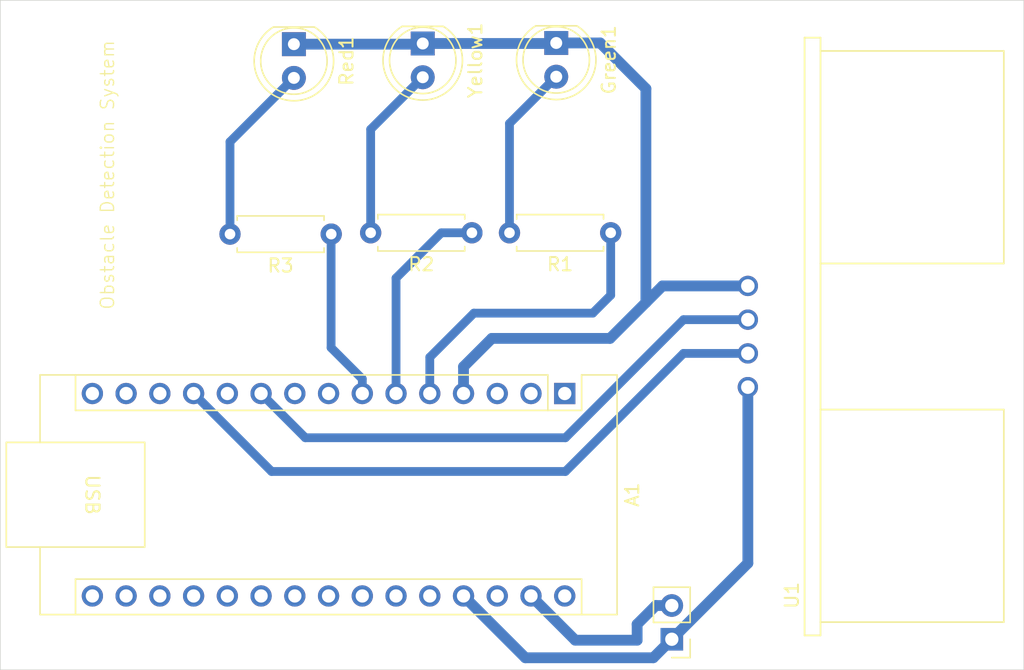
<source format=kicad_pcb>
(kicad_pcb (version 20241229) (generator "pcbnew") (generator_version "9.0")
  (layers (0 "F.Cu" signal) (2 "B.Cu" signal) (13 "F.Paste" user) (15 "B.Paste" user) (5 "F.SilkS" user "F.Silkscreen") (7 "B.SilkS" user "B.Silkscreen") (1 "F.Mask" user) (3 "B.Mask" user) (25 "Edge.Cuts" user))
  (net 0 "")
  (net 1 "Net-(Green1-A)")
  (net 2 "/LED_Green")
  (net 3 "/LED_Yellow")
  (net 4 "Net-(Yellow1-A)")
  (net 5 "/LED_Red")
  (net 6 "Net-(Red1-A)")
  (net 12 "+5V")
  (net 15 "GND")
  (net 26 "/Echo")
  (net 27 "/Trig")
  (footprint "LED_THT:LED_D5.0mm" (layer "F.Cu") (at 141.55 64.26 -90)
    (property "Reference" "Green1" (at 1.27 -3.96 90) (layer "F.SilkS"))
    (property "Value" "LED")
    (fp_line (start -1.29 -1.545) (end -1.29 1.545) (stroke (width 0.12)) (layer "F.SilkS"))
    (fp_arc (start 4.26 0.000048) (mid 2.071756 2.880501) (end -1.29 1.54483) (stroke (width 0.12)) (layer "F.SilkS"))
    (fp_arc (start -1.29 -1.54483) (mid 2.071756 -2.880501) (end 4.26 -0.000048) (stroke (width 0.12)) (layer "F.SilkS"))
    (fp_circle (center 1.27 0) (end 3.77 0) (stroke (width 0.12)) (fill no) (layer "F.SilkS"))
    (pad "1" thru_hole rect (at 0 0 270) (size 1.8 1.8) (drill 0.9) (layers "*.Cu" "*.Mask") (net 15 "GND"))
    (pad "2" thru_hole circle (at 2.54 0 270) (size 1.8 1.8) (drill 0.9) (layers "*.Cu" "*.Mask") (net 1 "Net-(Green1-A)"))
  )
  (footprint "Module:Arduino_Nano" (layer "F.Cu") (at 142.19 90.65 -90)
    (property "Reference" "A1" (at 7.62 -5.08 90) (layer "F.SilkS"))
    (property "Value" "Arduino_Nano_v2.x")
    (fp_line (start 3.68 42.04) (end 3.68 31.62) (stroke (width 0.12)) (layer "F.SilkS"))
    (fp_line (start 11.56 42.04) (end 3.68 42.04) (stroke (width 0.12)) (layer "F.SilkS"))
    (fp_line (start -1.4 39.5) (end 3.68 39.5) (stroke (width 0.12)) (layer "F.SilkS"))
    (fp_line (start 16.64 39.5) (end 11.56 39.5) (stroke (width 0.12)) (layer "F.SilkS"))
    (fp_line (start 16.64 39.5) (end 16.64 -3.94) (stroke (width 0.12)) (layer "F.SilkS"))
    (fp_line (start 1.27 36.83) (end -1.4 36.83) (stroke (width 0.12)) (layer "F.SilkS"))
    (fp_line (start 13.97 36.83) (end 16.64 36.83) (stroke (width 0.12)) (layer "F.SilkS"))
    (fp_line (start 3.68 31.62) (end 11.56 31.62) (stroke (width 0.12)) (layer "F.SilkS"))
    (fp_line (start 11.56 31.62) (end 11.56 42.04) (stroke (width 0.12)) (layer "F.SilkS"))
    (fp_line (start -1.4 1.27) (end -1.4 39.5) (stroke (width 0.12)) (layer "F.SilkS"))
    (fp_line (start 1.27 1.27) (end 1.27 36.83) (stroke (width 0.12)) (layer "F.SilkS"))
    (fp_line (start 1.27 1.27) (end -1.4 1.27) (stroke (width 0.12)) (layer "F.SilkS"))
    (fp_line (start 1.27 1.27) (end 1.27 -1.27) (stroke (width 0.12)) (layer "F.SilkS"))
    (fp_line (start 1.27 -1.27) (end -1.4 -1.27) (stroke (width 0.12)) (layer "F.SilkS"))
    (fp_line (start 13.97 -1.27) (end 13.97 36.83) (stroke (width 0.12)) (layer "F.SilkS"))
    (fp_line (start 13.97 -1.27) (end 16.64 -1.27) (stroke (width 0.12)) (layer "F.SilkS"))
    (fp_line (start -1.4 -3.94) (end -1.4 -1.27) (stroke (width 0.12)) (layer "F.SilkS"))
    (fp_line (start 16.64 -3.94) (end -1.4 -3.94) (stroke (width 0.12)) (layer "F.SilkS"))
    (fp_text user "USB" (at 7.62 35.56 270) (layer "F.SilkS"))
    (pad "1" thru_hole rect (at 0 0 270) (size 1.6 1.6) (drill 1) (layers "*.Cu" "*.Mask"))
    (pad "2" thru_hole oval (at 0 2.54 270) (size 1.6 1.6) (drill 1) (layers "*.Cu" "*.Mask"))
    (pad "3" thru_hole oval (at 0 5.08 270) (size 1.6 1.6) (drill 1) (layers "*.Cu" "*.Mask"))
    (pad "4" thru_hole oval (at 0 7.62 270) (size 1.6 1.6) (drill 1) (layers "*.Cu" "*.Mask") (net 15 "GND"))
    (pad "5" thru_hole oval (at 0 10.16 270) (size 1.6 1.6) (drill 1) (layers "*.Cu" "*.Mask") (net 2 "/LED_Green"))
    (pad "6" thru_hole oval (at 0 12.7 270) (size 1.6 1.6) (drill 1) (layers "*.Cu" "*.Mask") (net 3 "/LED_Yellow"))
    (pad "7" thru_hole oval (at 0 15.24 270) (size 1.6 1.6) (drill 1) (layers "*.Cu" "*.Mask") (net 5 "/LED_Red"))
    (pad "8" thru_hole oval (at 0 17.78 270) (size 1.6 1.6) (drill 1) (layers "*.Cu" "*.Mask"))
    (pad "9" thru_hole oval (at 0 20.32 270) (size 1.6 1.6) (drill 1) (layers "*.Cu" "*.Mask"))
    (pad "10" thru_hole oval (at 0 22.86 270) (size 1.6 1.6) (drill 1) (layers "*.Cu" "*.Mask") (net 26 "/Echo"))
    (pad "11" thru_hole oval (at 0 25.4 270) (size 1.6 1.6) (drill 1) (layers "*.Cu" "*.Mask"))
    (pad "12" thru_hole oval (at 0 27.94 270) (size 1.6 1.6) (drill 1) (layers "*.Cu" "*.Mask") (net 27 "/Trig"))
    (pad "13" thru_hole oval (at 0 30.48 270) (size 1.6 1.6) (drill 1) (layers "*.Cu" "*.Mask"))
    (pad "14" thru_hole oval (at 0 33.02 270) (size 1.6 1.6) (drill 1) (layers "*.Cu" "*.Mask"))
    (pad "15" thru_hole oval (at 0 35.56 270) (size 1.6 1.6) (drill 1) (layers "*.Cu" "*.Mask"))
    (pad "16" thru_hole oval (at 15.24 35.56 270) (size 1.6 1.6) (drill 1) (layers "*.Cu" "*.Mask"))
    (pad "17" thru_hole oval (at 15.24 33.02 270) (size 1.6 1.6) (drill 1) (layers "*.Cu" "*.Mask"))
    (pad "18" thru_hole oval (at 15.24 30.48 270) (size 1.6 1.6) (drill 1) (layers "*.Cu" "*.Mask"))
    (pad "19" thru_hole oval (at 15.24 27.94 270) (size 1.6 1.6) (drill 1) (layers "*.Cu" "*.Mask"))
    (pad "20" thru_hole oval (at 15.24 25.4 270) (size 1.6 1.6) (drill 1) (layers "*.Cu" "*.Mask"))
    (pad "21" thru_hole oval (at 15.24 22.86 270) (size 1.6 1.6) (drill 1) (layers "*.Cu" "*.Mask"))
    (pad "22" thru_hole oval (at 15.24 20.32 270) (size 1.6 1.6) (drill 1) (layers "*.Cu" "*.Mask"))
    (pad "23" thru_hole oval (at 15.24 17.78 270) (size 1.6 1.6) (drill 1) (layers "*.Cu" "*.Mask"))
    (pad "24" thru_hole oval (at 15.24 15.24 270) (size 1.6 1.6) (drill 1) (layers "*.Cu" "*.Mask"))
    (pad "25" thru_hole oval (at 15.24 12.7 270) (size 1.6 1.6) (drill 1) (layers "*.Cu" "*.Mask"))
    (pad "26" thru_hole oval (at 15.24 10.16 270) (size 1.6 1.6) (drill 1) (layers "*.Cu" "*.Mask"))
    (pad "27" thru_hole oval (at 15.24 7.62 270) (size 1.6 1.6) (drill 1) (layers "*.Cu" "*.Mask") (net 12 "+5V"))
    (pad "28" thru_hole oval (at 15.24 5.08 270) (size 1.6 1.6) (drill 1) (layers "*.Cu" "*.Mask"))
    (pad "29" thru_hole oval (at 15.24 2.54 270) (size 1.6 1.6) (drill 1) (layers "*.Cu" "*.Mask") (net 15 "GND"))
    (pad "30" thru_hole oval (at 15.24 0 270) (size 1.6 1.6) (drill 1) (layers "*.Cu" "*.Mask"))
  )
  (footprint "LED_THT:LED_D5.0mm" (layer "F.Cu") (at 121.8 64.35 -90)
    (property "Reference" "Red1" (at 1.27 -3.96 90) (layer "F.SilkS"))
    (property "Value" "LED")
    (fp_line (start -1.29 -1.545) (end -1.29 1.545) (stroke (width 0.12)) (layer "F.SilkS"))
    (fp_arc (start 4.26 0.000048) (mid 2.071756 2.880501) (end -1.29 1.54483) (stroke (width 0.12)) (layer "F.SilkS"))
    (fp_arc (start -1.29 -1.54483) (mid 2.071756 -2.880501) (end 4.26 -0.000048) (stroke (width 0.12)) (layer "F.SilkS"))
    (fp_circle (center 1.27 0) (end 3.77 0) (stroke (width 0.12)) (fill no) (layer "F.SilkS"))
    (pad "1" thru_hole rect (at 0 0 270) (size 1.8 1.8) (drill 0.9) (layers "*.Cu" "*.Mask") (net 15 "GND"))
    (pad "2" thru_hole circle (at 2.54 0 270) (size 1.8 1.8) (drill 0.9) (layers "*.Cu" "*.Mask") (net 6 "Net-(Red1-A)"))
  )
  (footprint "Resistor_THT:R_Axial_DIN0207_L6.3mm_D2.5mm_P7.62mm_Horizontal" (layer "F.Cu") (at 145.65 78.55 180)
    (property "Reference" "R1" (at 3.81 -2.37 0) (layer "F.SilkS"))
    (property "Value" "220")
    (fp_line (start 7.08 1.37) (end 7.08 1.04) (stroke (width 0.12)) (layer "F.SilkS"))
    (fp_line (start 7.08 -1.37) (end 7.08 -1.04) (stroke (width 0.12)) (layer "F.SilkS"))
    (fp_line (start 0.54 1.37) (end 7.08 1.37) (stroke (width 0.12)) (layer "F.SilkS"))
    (fp_line (start 0.54 1.04) (end 0.54 1.37) (stroke (width 0.12)) (layer "F.SilkS"))
    (fp_line (start 0.54 -1.04) (end 0.54 -1.37) (stroke (width 0.12)) (layer "F.SilkS"))
    (fp_line (start 0.54 -1.37) (end 7.08 -1.37) (stroke (width 0.12)) (layer "F.SilkS"))
    (pad "1" thru_hole circle (at 0 0 180) (size 1.6 1.6) (drill 0.8) (layers "*.Cu" "*.Mask") (net 2 "/LED_Green"))
    (pad "2" thru_hole oval (at 7.62 0 180) (size 1.6 1.6) (drill 0.8) (layers "*.Cu" "*.Mask") (net 1 "Net-(Green1-A)"))
  )
  (footprint "Connector_PinHeader_2.54mm:PinHeader_1x02_P2.54mm_Vertical" (layer "F.Cu") (at 150.25 109.15 180)
    (property "Reference" "J1" (hide yes))
    (property "Value" "PWR_IN")
    (fp_line (start 1.38 1.27) (end 1.38 3.92) (stroke (width 0.12)) (layer "F.SilkS"))
    (fp_line (start -1.38 3.92) (end 1.38 3.92) (stroke (width 0.12)) (layer "F.SilkS"))
    (fp_line (start -1.38 1.27) (end 1.38 1.27) (stroke (width 0.12)) (layer "F.SilkS"))
    (fp_line (start -1.38 1.27) (end -1.38 3.92) (stroke (width 0.12)) (layer "F.SilkS"))
    (fp_line (start -1.38 0) (end -1.38 -1.38) (stroke (width 0.12)) (layer "F.SilkS"))
    (fp_line (start -1.38 -1.38) (end 0 -1.38) (stroke (width 0.12)) (layer "F.SilkS"))
    (pad "1" thru_hole rect (at 0 0 180) (size 1.7 1.7) (drill 1) (layers "*.Cu" "*.Mask") (net 12 "+5V"))
    (pad "2" thru_hole circle (at 0 2.54 180) (size 1.7 1.7) (drill 1) (layers "*.Cu" "*.Mask") (net 15 "GND"))
  )
  (footprint "Resistor_THT:R_Axial_DIN0207_L6.3mm_D2.5mm_P7.62mm_Horizontal" (layer "F.Cu") (at 124.61 78.65 180)
    (property "Reference" "R3" (at 3.81 -2.37 0) (layer "F.SilkS"))
    (property "Value" "220")
    (fp_line (start 7.08 1.37) (end 7.08 1.04) (stroke (width 0.12)) (layer "F.SilkS"))
    (fp_line (start 7.08 -1.37) (end 7.08 -1.04) (stroke (width 0.12)) (layer "F.SilkS"))
    (fp_line (start 0.54 1.37) (end 7.08 1.37) (stroke (width 0.12)) (layer "F.SilkS"))
    (fp_line (start 0.54 1.04) (end 0.54 1.37) (stroke (width 0.12)) (layer "F.SilkS"))
    (fp_line (start 0.54 -1.04) (end 0.54 -1.37) (stroke (width 0.12)) (layer "F.SilkS"))
    (fp_line (start 0.54 -1.37) (end 7.08 -1.37) (stroke (width 0.12)) (layer "F.SilkS"))
    (pad "1" thru_hole circle (at 0 0 180) (size 1.6 1.6) (drill 0.8) (layers "*.Cu" "*.Mask") (net 5 "/LED_Red"))
    (pad "2" thru_hole oval (at 7.62 0 180) (size 1.6 1.6) (drill 0.8) (layers "*.Cu" "*.Mask") (net 6 "Net-(Red1-A)"))
  )
  (footprint "Resistor_THT:R_Axial_DIN0207_L6.3mm_D2.5mm_P7.62mm_Horizontal" (layer "F.Cu") (at 135.2 78.55 180)
    (property "Reference" "R2" (at 3.81 -2.37 0) (layer "F.SilkS"))
    (property "Value" "220")
    (fp_line (start 7.08 1.37) (end 7.08 1.04) (stroke (width 0.12)) (layer "F.SilkS"))
    (fp_line (start 7.08 -1.37) (end 7.08 -1.04) (stroke (width 0.12)) (layer "F.SilkS"))
    (fp_line (start 0.54 1.37) (end 7.08 1.37) (stroke (width 0.12)) (layer "F.SilkS"))
    (fp_line (start 0.54 1.04) (end 0.54 1.37) (stroke (width 0.12)) (layer "F.SilkS"))
    (fp_line (start 0.54 -1.04) (end 0.54 -1.37) (stroke (width 0.12)) (layer "F.SilkS"))
    (fp_line (start 0.54 -1.37) (end 7.08 -1.37) (stroke (width 0.12)) (layer "F.SilkS"))
    (pad "1" thru_hole circle (at 0 0 180) (size 1.6 1.6) (drill 0.8) (layers "*.Cu" "*.Mask") (net 3 "/LED_Yellow"))
    (pad "2" thru_hole oval (at 7.62 0 180) (size 1.6 1.6) (drill 0.8) (layers "*.Cu" "*.Mask") (net 4 "Net-(Yellow1-A)"))
  )
  (footprint "HC-SR04:XCVR_HC-SR04" (layer "F.Cu") (at 155.975 86.36 90)
    (property "Reference" "U1" (at -19.48505 3.31671 90) (layer "F.SilkS") (effects (font (size 1.00052 1.00052))))
    (property "Value" "HC-SR04")
    (fp_line (start 22.5 4.27) (end 22.5 5.47) (stroke (width 0.127)) (layer "F.SilkS"))
    (fp_line (start -22.5 4.27) (end 22.5 4.27) (stroke (width 0.127)) (layer "F.SilkS"))
    (fp_line (start 22.5 5.47) (end 21.5 5.47) (stroke (width 0.127)) (layer "F.SilkS"))
    (fp_line (start 21.5 5.47) (end 5.5 5.47) (stroke (width 0.127)) (layer "F.SilkS"))
    (fp_line (start 21.5 5.47) (end 21.5 19.27) (stroke (width 0.127)) (layer "F.SilkS"))
    (fp_line (start 5.5 5.47) (end -5.5 5.47) (stroke (width 0.127)) (layer "F.SilkS"))
    (fp_line (start 5.5 5.47) (end 5.5 19.27) (stroke (width 0.127)) (layer "F.SilkS"))
    (fp_line (start -5.5 5.47) (end -21.5 5.47) (stroke (width 0.127)) (layer "F.SilkS"))
    (fp_line (start -5.5 5.47) (end -5.5 19.27) (stroke (width 0.127)) (layer "F.SilkS"))
    (fp_line (start -21.5 5.47) (end -22.5 5.47) (stroke (width 0.127)) (layer "F.SilkS"))
    (fp_line (start -21.5 5.47) (end -21.5 19.27) (stroke (width 0.127)) (layer "F.SilkS"))
    (fp_line (start -22.5 5.47) (end -22.5 4.27) (stroke (width 0.127)) (layer "F.SilkS"))
    (fp_line (start 5.5 19.27) (end 21.5 19.27) (stroke (width 0.127)) (layer "F.SilkS"))
    (fp_line (start -21.5 19.27) (end -5.5 19.27) (stroke (width 0.127)) (layer "F.SilkS"))
    (pad "1" thru_hole circle (at -3.81 0 90) (size 1.53 1.53) (drill 1.02) (layers "*.Cu" "*.Mask") (net 12 "+5V"))
    (pad "2" thru_hole circle (at -1.27 0 90) (size 1.53 1.53) (drill 1.02) (layers "*.Cu" "*.Mask") (net 27 "/Trig"))
    (pad "3" thru_hole circle (at 1.27 0 90) (size 1.53 1.53) (drill 1.02) (layers "*.Cu" "*.Mask") (net 26 "/Echo"))
    (pad "4" thru_hole circle (at 3.81 0 90) (size 1.53 1.53) (drill 1.02) (layers "*.Cu" "*.Mask") (net 15 "GND"))
  )
  (footprint "LED_THT:LED_D5.0mm" (layer "F.Cu") (at 131.5 64.3 -90)
    (property "Reference" "Yellow1" (at 1.27 -3.96 90) (layer "F.SilkS"))
    (property "Value" "LED")
    (fp_line (start -1.29 -1.545) (end -1.29 1.545) (stroke (width 0.12)) (layer "F.SilkS"))
    (fp_arc (start 4.26 0.000048) (mid 2.071756 2.880501) (end -1.29 1.54483) (stroke (width 0.12)) (layer "F.SilkS"))
    (fp_arc (start -1.29 -1.54483) (mid 2.071756 -2.880501) (end 4.26 -0.000048) (stroke (width 0.12)) (layer "F.SilkS"))
    (fp_circle (center 1.27 0) (end 3.77 0) (stroke (width 0.12)) (fill no) (layer "F.SilkS"))
    (pad "1" thru_hole rect (at 0 0 270) (size 1.8 1.8) (drill 0.9) (layers "*.Cu" "*.Mask") (net 15 "GND"))
    (pad "2" thru_hole circle (at 2.54 0 270) (size 1.8 1.8) (drill 0.9) (layers "*.Cu" "*.Mask") (net 4 "Net-(Yellow1-A)"))
  )
  (gr_rect (start 99.7 61.05) (end 176.75 111.45) (stroke (width 0.05)) (fill no) (layer "Edge.Cuts"))
  (gr_text "Obstacle Detection System" (at 108.35 84.4 90) (layer "F.SilkS") (effects (font (size 1 1) (thickness 0.1)) (justify left bottom)))
  (segment (start 141.55 66.8) (end 138.03 70.32) (width 0.6604) (layer "B.Cu") (net 1))
  (segment (start 138.03 70.32) (end 138.03 78.55) (width 0.6604) (layer "B.Cu") (net 1))
  (segment (start 132.03 87.92) (end 132.03 90.65) (width 0.6604) (layer "B.Cu") (net 2))
  (segment (start 145.65 78.55) (end 145.65 83.25) (width 0.6604) (layer "B.Cu") (net 2))
  (segment (start 144.3 84.6) (end 135.35 84.6) (width 0.6604) (layer "B.Cu") (net 2))
  (segment (start 135.35 84.6) (end 132.03 87.92) (width 0.6604) (layer "B.Cu") (net 2))
  (segment (start 145.65 83.25) (end 144.3 84.6) (width 0.6604) (layer "B.Cu") (net 2))
  (segment (start 135.2 78.55) (end 132.9 78.55) (width 0.6604) (layer "B.Cu") (net 3))
  (segment (start 132.9 78.55) (end 129.49 81.96) (width 0.6604) (layer "B.Cu") (net 3))
  (segment (start 129.49 81.96) (end 129.49 90.65) (width 0.6604) (layer "B.Cu") (net 3))
  (segment (start 127.58 70.76) (end 127.58 78.55) (width 0.6604) (layer "B.Cu") (net 4))
  (segment (start 131.5 66.84) (end 127.58 70.76) (width 0.6604) (layer "B.Cu") (net 4))
  (segment (start 124.6 78.66) (end 124.6 87.2) (width 0.6604) (layer "B.Cu") (net 5))
  (segment (start 124.61 78.65) (end 124.6 78.66) (width 0.6604) (layer "B.Cu") (net 5))
  (segment (start 126.95 89.55) (end 126.95 90.65) (width 0.6604) (layer "B.Cu") (net 5))
  (segment (start 124.6 87.2) (end 126.95 89.55) (width 0.6604) (layer "B.Cu") (net 5))
  (segment (start 116.99 71.7) (end 116.99 78.65) (width 0.6604) (layer "B.Cu") (net 6))
  (segment (start 121.8 66.89) (end 116.99 71.7) (width 0.6604) (layer "B.Cu") (net 6))
  (segment (start 155.975 103.425) (end 150.25 109.15) (width 0.8128) (layer "B.Cu") (net 12))
  (segment (start 150.25 109.15) (end 148.8574 110.5426) (width 0.8128) (layer "B.Cu") (net 12))
  (segment (start 155.975 90.17) (end 155.975 103.425) (width 0.8128) (layer "B.Cu") (net 12))
  (segment (start 139.2226 110.5426) (end 134.57 105.89) (width 0.8128) (layer "B.Cu") (net 12))
  (segment (start 148.8574 110.5426) (end 139.2226 110.5426) (width 0.8128) (layer "B.Cu") (net 12))
  (segment (start 134.57 88.63) (end 134.57 90.65) (width 0.8128) (layer "B.Cu") (net 15))
  (segment (start 141.51 64.3) (end 141.55 64.26) (width 0.8128) (layer "B.Cu") (net 15))
  (segment (start 145.6 86.5) (end 136.7 86.5) (width 0.8128) (layer "B.Cu") (net 15))
  (segment (start 147.64 108.017919) (end 149.047919 106.61) (width 0.8128) (layer "B.Cu") (net 15))
  (segment (start 147.64 109.22) (end 147.64 108.017919) (width 0.8128) (layer "B.Cu") (net 15))
  (segment (start 121.8 64.35) (end 131.45 64.35) (width 0.8128) (layer "B.Cu") (net 15))
  (segment (start 147.64 109.22) (end 142.98 109.22) (width 0.8128) (layer "B.Cu") (net 15))
  (segment (start 131.5 64.3) (end 141.51 64.3) (width 0.8128) (layer "B.Cu") (net 15))
  (segment (start 149.55 82.55) (end 148.3 83.8) (width 0.8128) (layer "B.Cu") (net 15))
  (segment (start 142.98 109.22) (end 139.65 105.89) (width 0.8128) (layer "B.Cu") (net 15))
  (segment (start 136.7 86.5) (end 134.57 88.63) (width 0.8128) (layer "B.Cu") (net 15))
  (segment (start 148.3 67.7) (end 148.3 83.8) (width 0.8128) (layer "B.Cu") (net 15))
  (segment (start 141.55 64.26) (end 144.86 64.26) (width 0.8128) (layer "B.Cu") (net 15))
  (segment (start 144.86 64.26) (end 148.3 67.7) (width 0.8128) (layer "B.Cu") (net 15))
  (segment (start 155.975 82.55) (end 149.55 82.55) (width 0.8128) (layer "B.Cu") (net 15))
  (segment (start 149.047919 106.61) (end 150.25 106.61) (width 0.8128) (layer "B.Cu") (net 15))
  (segment (start 131.45 64.35) (end 131.5 64.3) (width 0.8128) (layer "B.Cu") (net 15))
  (segment (start 148.3 83.8) (end 145.6 86.5) (width 0.8128) (layer "B.Cu") (net 15))
  (segment (start 155.975 85.09) (end 151.13 85.09) (width 0.6604) (layer "B.Cu") (net 26))
  (segment (start 122.66 93.98) (end 119.33 90.65) (width 0.6604) (layer "B.Cu") (net 26))
  (segment (start 142.24 93.98) (end 122.66 93.98) (width 0.6604) (layer "B.Cu") (net 26))
  (segment (start 151.13 85.09) (end 142.24 93.98) (width 0.6604) (layer "B.Cu") (net 26))
  (segment (start 151.13 87.63) (end 142.24 96.52) (width 0.6604) (layer "B.Cu") (net 27))
  (segment (start 142.24 96.52) (end 120.12 96.52) (width 0.6604) (layer "B.Cu") (net 27))
  (segment (start 120.12 96.52) (end 114.25 90.65) (width 0.6604) (layer "B.Cu") (net 27))
  (segment (start 155.975 87.63) (end 151.13 87.63) (width 0.6604) (layer "B.Cu") (net 27))
  (segment (start 155.975 87.63) (end 155.9115 87.63) (width 0.6604) (layer "B.Cu") (net 27))
)
</source>
